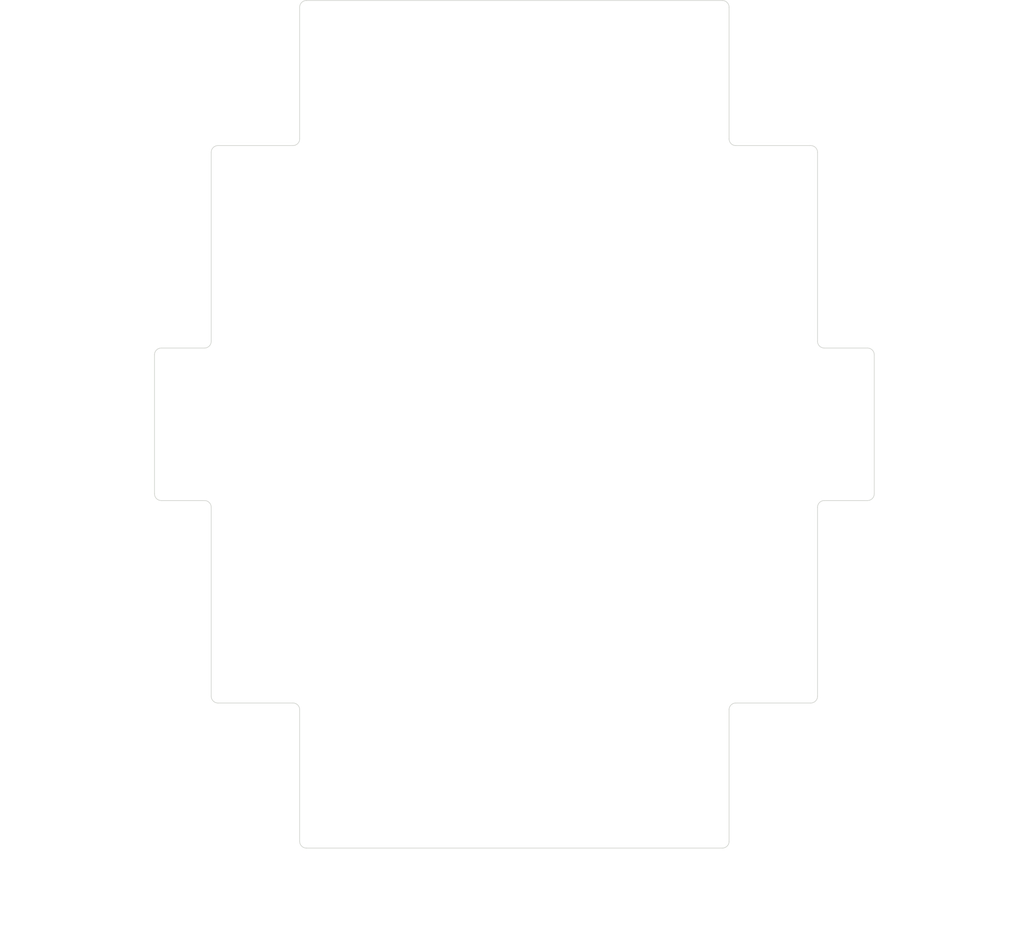
<source format=kicad_pcb>
(kicad_pcb (version 20221018) (generator pcbnew)

  (general
    (thickness 1.6)
  )

  (paper "A4")
  (title_block
    (title "OreSat Battery MLI Template")
    (date "2024-01-04")
    (rev "1.0")
  )

  (layers
    (0 "F.Cu" signal)
    (31 "B.Cu" signal)
    (32 "B.Adhes" user "B.Adhesive")
    (33 "F.Adhes" user "F.Adhesive")
    (34 "B.Paste" user)
    (35 "F.Paste" user)
    (36 "B.SilkS" user "B.Silkscreen")
    (37 "F.SilkS" user "F.Silkscreen")
    (38 "B.Mask" user)
    (39 "F.Mask" user)
    (40 "Dwgs.User" user "User.Drawings")
    (41 "Cmts.User" user "User.Comments")
    (42 "Eco1.User" user "User.Eco1")
    (43 "Eco2.User" user "User.Eco2")
    (44 "Edge.Cuts" user)
    (45 "Margin" user)
    (46 "B.CrtYd" user "B.Courtyard")
    (47 "F.CrtYd" user "F.Courtyard")
    (48 "B.Fab" user)
    (49 "F.Fab" user)
    (50 "User.1" user)
    (51 "User.2" user)
    (52 "User.3" user)
    (53 "User.4" user)
    (54 "User.5" user)
    (55 "User.6" user)
    (56 "User.7" user)
    (57 "User.8" user)
    (58 "User.9" user)
  )

  (setup
    (pad_to_mask_clearance 0)
    (aux_axis_origin 57.3 182.3)
    (pcbplotparams
      (layerselection 0x0001000_7ffffffe)
      (plot_on_all_layers_selection 0x0000000_00000000)
      (disableapertmacros false)
      (usegerberextensions false)
      (usegerberattributes true)
      (usegerberadvancedattributes true)
      (creategerberjobfile true)
      (dashed_line_dash_ratio 12.000000)
      (dashed_line_gap_ratio 3.000000)
      (svgprecision 4)
      (plotframeref false)
      (viasonmask false)
      (mode 1)
      (useauxorigin false)
      (hpglpennumber 1)
      (hpglpenspeed 20)
      (hpglpendiameter 15.000000)
      (dxfpolygonmode true)
      (dxfimperialunits true)
      (dxfusepcbnewfont true)
      (psnegative false)
      (psa4output false)
      (plotreference true)
      (plotvalue true)
      (plotinvisibletext false)
      (sketchpadsonfab false)
      (subtractmaskfromsilk false)
      (outputformat 3)
      (mirror false)
      (drillshape 0)
      (scaleselection 1)
      (outputdirectory "")
    )
  )

  (net 0 "")

  (gr_arc (start 172.7 144.6) (mid 172.407107 145.307107) (end 171.7 145.6)
    (stroke (width 0.1) (type default)) (layer "Edge.Cuts") (tstamp 07c7f08f-a3ec-40b3-8f08-92e9043a83cc))
  (gr_arc (start 173.7 93) (mid 172.992893 92.707107) (end 172.7 92)
    (stroke (width 0.1) (type default)) (layer "Edge.Cuts") (tstamp 0c24ff7a-0f0c-462a-b9ae-69169cb49eeb))
  (gr_line (start 96 62) (end 96 42.5)
    (stroke (width 0.1) (type default)) (layer "Edge.Cuts") (tstamp 0e5dd0c0-1cda-4c19-b324-9c681611c082))
  (gr_line (start 158.6 167.1) (end 97 167.1)
    (stroke (width 0.1) (type default)) (layer "Edge.Cuts") (tstamp 1667b649-710e-429d-a66c-08e056c9577e))
  (gr_arc (start 97 167.1) (mid 96.292893 166.807107) (end 96 166.1)
    (stroke (width 0.1) (type default)) (layer "Edge.Cuts") (tstamp 327d4e35-3551-480e-b826-d1388ef19544))
  (gr_line (start 95 145.6) (end 83.9 145.6)
    (stroke (width 0.1) (type default)) (layer "Edge.Cuts") (tstamp 357e2f19-aec2-438b-bcee-4ef0b50e55d8))
  (gr_arc (start 171.7 63) (mid 172.407107 63.292893) (end 172.7 64)
    (stroke (width 0.1) (type default)) (layer "Edge.Cuts") (tstamp 35c70c07-874d-4afa-bff3-13421e9f9984))
  (gr_line (start 173.7 93) (end 180.1 93)
    (stroke (width 0.1) (type default)) (layer "Edge.Cuts") (tstamp 3eed3310-d3e3-40be-95c9-edde0dc9618b))
  (gr_line (start 159.6 146.6) (end 159.6 166.1)
    (stroke (width 0.1) (type default)) (layer "Edge.Cuts") (tstamp 4549dc78-768e-4467-956e-053021710981))
  (gr_arc (start 82.9 92) (mid 82.607107 92.707107) (end 81.9 93)
    (stroke (width 0.1) (type default)) (layer "Edge.Cuts") (tstamp 4a93bc62-a8a9-4248-8164-f52d9ffc035c))
  (gr_line (start 82.9 144.6) (end 82.9 116.6)
    (stroke (width 0.1) (type default)) (layer "Edge.Cuts") (tstamp 4c20d8fa-c025-4e74-903c-01b0ed48f98f))
  (gr_arc (start 74.5 94) (mid 74.792893 93.292893) (end 75.5 93)
    (stroke (width 0.1) (type default)) (layer "Edge.Cuts") (tstamp 5476425e-d6d4-4ca2-b50f-f402addef188))
  (gr_arc (start 160.6 63) (mid 159.892893 62.707107) (end 159.6 62)
    (stroke (width 0.1) (type default)) (layer "Edge.Cuts") (tstamp 554e9116-b5e5-4b35-9fea-c33d9151e0fc))
  (gr_arc (start 172.7 116.6) (mid 172.992893 115.892893) (end 173.7 115.6)
    (stroke (width 0.1) (type default)) (layer "Edge.Cuts") (tstamp 5786d15f-82be-475f-b5a4-21879c3fc32f))
  (gr_arc (start 95 145.6) (mid 95.707107 145.892893) (end 96 146.6)
    (stroke (width 0.1) (type default)) (layer "Edge.Cuts") (tstamp 5b491db0-2e1e-431d-9081-efc9f9f59500))
  (gr_line (start 96 166.1) (end 96 146.6)
    (stroke (width 0.1) (type default)) (layer "Edge.Cuts") (tstamp 62157c24-8591-45c2-94a7-8a35566888c8))
  (gr_arc (start 82.9 64) (mid 83.192893 63.292893) (end 83.9 63)
    (stroke (width 0.1) (type default)) (layer "Edge.Cuts") (tstamp 677ab8a7-2f2c-4747-90df-882e8aed18ec))
  (gr_line (start 75.5 93) (end 81.9 93)
    (stroke (width 0.1) (type default)) (layer "Edge.Cuts") (tstamp 69112f6e-96ed-4d6d-a0e6-3a6f70e22c23))
  (gr_arc (start 181.1 114.6) (mid 180.807107 115.307107) (end 180.1 115.6)
    (stroke (width 0.1) (type default)) (layer "Edge.Cuts") (tstamp 72fbc352-9cbb-4943-9b31-986ba5f115ef))
  (gr_arc (start 96 62) (mid 95.707107 62.707107) (end 95 63)
    (stroke (width 0.1) (type default)) (layer "Edge.Cuts") (tstamp 78af30c8-fc93-4969-b957-b9ef51749ae2))
  (gr_line (start 97 41.5) (end 158.6 41.5)
    (stroke (width 0.1) (type default)) (layer "Edge.Cuts") (tstamp 7bc5af14-78e4-490f-9a12-760f27b6290d))
  (gr_line (start 82.9 92) (end 82.9 64)
    (stroke (width 0.1) (type default)) (layer "Edge.Cuts") (tstamp 7e035286-8fae-4625-b606-df3b40acd90f))
  (gr_arc (start 158.6 41.5) (mid 159.307107 41.792893) (end 159.6 42.5)
    (stroke (width 0.1) (type default)) (layer "Edge.Cuts") (tstamp 7e3e3ca9-209e-4885-bfaf-d9f1ccfb1800))
  (gr_line (start 172.7 64) (end 172.7 92)
    (stroke (width 0.1) (type default)) (layer "Edge.Cuts") (tstamp 82445128-f9e0-4922-947b-fca85ada9561))
  (gr_line (start 83.9 63) (end 95 63)
    (stroke (width 0.1) (type default)) (layer "Edge.Cuts") (tstamp 8e062b50-897c-47c7-8d65-73009d7f1010))
  (gr_arc (start 159.6 166.1) (mid 159.307107 166.807107) (end 158.6 167.1)
    (stroke (width 0.1) (type default)) (layer "Edge.Cuts") (tstamp 96e019c1-6114-4a07-a26b-1dd2cd32aea4))
  (gr_line (start 172.7 116.6) (end 172.7 144.6)
    (stroke (width 0.1) (type default)) (layer "Edge.Cuts") (tstamp a294e50d-85dc-4376-b9d0-ec25f8d2fb31))
  (gr_line (start 81.9 115.6) (end 75.5 115.6)
    (stroke (width 0.1) (type default)) (layer "Edge.Cuts") (tstamp a348813f-4325-49ed-b232-1efc36bc8d5a))
  (gr_arc (start 159.6 146.6) (mid 159.892893 145.892893) (end 160.6 145.6)
    (stroke (width 0.1) (type default)) (layer "Edge.Cuts") (tstamp b1347740-215d-4144-9c43-a5d619800f1a))
  (gr_line (start 160.6 63) (end 171.7 63)
    (stroke (width 0.1) (type default)) (layer "Edge.Cuts") (tstamp b1925246-7797-4973-a1c4-f3538a1e9c0f))
  (gr_arc (start 75.5 115.6) (mid 74.792893 115.307107) (end 74.5 114.6)
    (stroke (width 0.1) (type default)) (layer "Edge.Cuts") (tstamp ca5cbd58-bd76-4511-baf2-311693060502))
  (gr_arc (start 83.9 145.6) (mid 83.192893 145.307107) (end 82.9 144.6)
    (stroke (width 0.1) (type default)) (layer "Edge.Cuts") (tstamp cc209963-09b0-48c9-accb-f5d4ef081f0f))
  (gr_arc (start 180.1 93) (mid 180.807107 93.292893) (end 181.1 94)
    (stroke (width 0.1) (type default)) (layer "Edge.Cuts") (tstamp cc85c767-340e-4c61-b681-a3fc6b37f445))
  (gr_arc (start 81.9 115.6) (mid 82.607107 115.892893) (end 82.9 116.6)
    (stroke (width 0.1) (type default)) (layer "Edge.Cuts") (tstamp d47130ff-8994-4eed-a7a2-bfb3c30f7be1))
  (gr_line (start 159.6 42.5) (end 159.6 62)
    (stroke (width 0.1) (type default)) (layer "Edge.Cuts") (tstamp d48d6943-5e39-453a-be26-c8de66a3c4b1))
  (gr_line (start 171.7 145.6) (end 160.6 145.6)
    (stroke (width 0.1) (type default)) (layer "Edge.Cuts") (tstamp df1f9d97-72fb-4c17-b8cf-4f061646c555))
  (gr_arc (start 96 42.5) (mid 96.292893 41.792893) (end 97 41.5)
    (stroke (width 0.1) (type default)) (layer "Edge.Cuts") (tstamp eba6a73b-6bb9-4cec-a13e-5aa0e6dd8cf4))
  (gr_line (start 74.5 114.6) (end 74.5 94)
    (stroke (width 0.1) (type default)) (layer "Edge.Cuts") (tstamp eefea926-f257-4f11-8ca4-9181928ccd28))
  (gr_line (start 181.1 94) (end 181.1 114.6)
    (stroke (width 0.1) (type default)) (layer "Edge.Cuts") (tstamp f388de0e-3b6c-4b8d-a33b-1968d2b30369))
  (gr_line (start 180.1 115.6) (end 173.7 115.6)
    (stroke (width 0.1) (type default)) (layer "Edge.Cuts") (tstamp fccb99da-bb6a-401c-bed2-61abccc4f9b8))
  (gr_line (start 94.5 63) (end 96 63)
    (stroke (width 0.1) (type default)) (layer "F.Fab") (tstamp 3058522b-e024-497e-96fe-18e89336142a))
  (gr_line (start 159.6 63) (end 161.1 63)
    (stroke (width 0.1) (type default)) (layer "F.Fab") (tstamp 504397b4-1a63-4b32-b2eb-1ea13994d86c))
  (gr_line (start 159.6 61.5) (end 159.6 63)
    (stroke (width 0.1) (type default)) (layer "F.Fab") (tstamp 69201115-656d-4375-9691-46b780a299b9))
  (gr_line (start 96 147.1) (end 96 145.6)
    (stroke (width 0.1) (type default)) (layer "F.Fab") (tstamp 7c97ba84-9b94-46f4-ab81-689d5fa1fb7e))
  (gr_line (start 96 63) (end 159.6 63)
    (stroke (width 0.1) (type default)) (layer "F.Fab") (tstamp 83ef2466-b85d-47b9-b0cd-11128102be65))
  (gr_line (start 96 61.5) (end 159.6 61.5)
    (stroke (width 0.1) (type default)) (layer "F.Fab") (tstamp 8f1c4400-ad91-4ccb-9b71-3345ef4c4c28))
  (gr_line (start 159.6 147.1) (end 96 147.1)
    (stroke (width 0.1) (type default)) (layer "F.Fab") (tstamp 903e5394-3fc0-4207-ac0a-a0f9a41b84b1))
  (gr_line (start 161.1 145.6) (end 159.6 145.6)
    (stroke (width 0.1) (type default)) (layer "F.Fab") (tstamp 939189a5-7fce-4fd0-968a-72a64d686b6f))
  (gr_line (start 161.1 63) (end 161.1 145.6)
    (stroke (width 0.1) (type default)) (layer "F.Fab") (tstamp 9ec33925-8fa6-4d8a-a43a-d25d8ea44165))
  (gr_line (start 94.5 145.6) (end 94.5 63)
    (stroke (width 0.1) (type default)) (layer "F.Fab") (tstamp acbfe28c-0838-4fa7-8d73-cbd0b92671bc))
  (gr_line (start 96 145.6) (end 96 63)
    (stroke (width 0.1) (type default)) (layer "F.Fab") (tstamp ad96aac6-6a24-4b42-8284-a1bfbb47cea2))
  (gr_line (start 96 63) (end 96 61.5)
    (stroke (width 0.1) (type default)) (layer "F.Fab") (tstamp ded706d5-6526-4267-acec-7938aa6eff6a))
  (gr_line (start 96 145.6) (end 94.5 145.6)
    (stroke (width 0.1) (type default)) (layer "F.Fab") (tstamp f3220b91-2391-4924-af98-c362eacb3967))
  (gr_line (start 159.6 145.6) (end 96 145.6)
    (stroke (width 0.1) (type default)) (layer "F.Fab") (tstamp fe1cdb63-088b-4d5b-938e-2b8ced234f26))
  (gr_line (start 159.6 63) (end 159.6 145.6)
    (stroke (width 0.1) (type default)) (layer "F.Fab") (tstamp ff9e62fd-6f65-4e59-aa7a-05484e06b6ce))
  (gr_line (start 159.6 145.6) (end 159.6 147.1)
    (stroke (width 0.1) (type default)) (layer "F.Fab") (tstamp ffc53ec3-1fd7-4af0-9812-6bf4d6cd5696))
  (gr_text "All corners radiused 1 mm" (at 121.5 101.3) (layer "User.4") (tstamp 0f19d92a-db33-4f04-98dd-648c7da3c724)
    (effects (font (size 1 1) (thickness 0.15)) (justify left bottom))
  )
  (dimension (type aligned) (layer "User.4") (tstamp 06b1b289-2219-45b9-8886-aaa567cb1472)
    (pts (xy 96 145.6) (xy 159.6 145.6))
    (height 32.7)
    (gr_text "63.6000 mm" (at 127.8 180) (layer "User.4") (tstamp 06b1b289-2219-45b9-8886-aaa567cb1472)
      (effects (font (size 1 1) (thickness 0.15)))
    )
    (format (prefix "") (suffix "") (units 3) (units_format 1) (precision 4))
    (style (thickness 0.15) (arrow_length 1.27) (text_position_mode 2) (extension_height 0.58642) (extension_offset 0.5) keep_text_aligned)
  )
  (dimension (type aligned) (layer "User.4") (tstamp 30b46193-ab07-4aaf-a6a9-32cef3713802)
    (pts (xy 74.5 93) (xy 74.5 115.6))
    (height 16.8)
    (gr_text "22.6000 mm" (at 56.55 104.3 90) (layer "User.4") (tstamp 30b46193-ab07-4aaf-a6a9-32cef3713802)
      (effects (font (size 1 1) (thickness 0.15)))
    )
    (format (prefix "") (suffix "") (units 3) (units_format 1) (precision 4))
    (style (thickness 0.15) (arrow_length 1.27) (text_position_mode 0) (extension_height 0.58642) (extension_offset 0.5) keep_text_aligned)
  )
  (dimension (type aligned) (layer "User.4") (tstamp 33a328f7-7030-442d-9045-0072684019cf)
    (pts (xy 74.5 115.6) (xy 74.5 145.6))
    (height 16.8)
    (gr_text "30.0000 mm" (at 56.55 130.6 90) (layer "User.4") (tstamp 33a328f7-7030-442d-9045-0072684019cf)
      (effects (font (size 1 1) (thickness 0.15)))
    )
    (format (prefix "") (suffix "") (units 3) (units_format 1) (precision 4))
    (style (thickness 0.15) (arrow_length 1.27) (text_position_mode 0) (extension_height 0.58642) (extension_offset 0.5) keep_text_aligned)
  )
  (dimension (type aligned) (layer "User.4") (tstamp 521ec627-ae67-446e-8712-6021a8fd4185)
    (pts (xy 172.7 63) (xy 172.7 145.6))
    (height -26.8)
    (gr_text "82.6000 mm" (at 198.35 104.3 90) (layer "User.4") (tstamp 521ec627-ae67-446e-8712-6021a8fd4185)
      (effects (font (size 1 1) (thickness 0.15)))
    )
    (format (prefix "") (suffix "") (units 3) (units_format 1) (precision 4))
    (style (thickness 0.15) (arrow_length 1.27) (text_position_mode 0) (extension_height 0.58642) (extension_offset 0.5) keep_text_aligned)
  )
  (dimension (type aligned) (layer "User.4") (tstamp 95e62f1d-5606-4e4d-823c-187c9a644f0d)
    (pts (xy 74.5 93) (xy 74.5 63))
    (height -16.8)
    (gr_text "30.0000 mm" (at 56.55 78 90) (layer "User.4") (tstamp 95e62f1d-5606-4e4d-823c-187c9a644f0d)
      (effects (font (size 1 1) (thickness 0.15)))
    )
    (format (prefix "") (suffix "") (units 3) (units_format 1) (precision 4))
    (style (thickness 0.15) (arrow_length 1.27) (text_position_mode 0) (extension_height 0.58642) (extension_offset 0.5) keep_text_aligned)
  )
  (dimension (type aligned) (layer "User.4") (tstamp a0fcaf51-7c1c-476d-ab9b-1c22193d0008)
    (pts (xy 159.6 61.5) (xy 159.6 41.5))
    (height 39.9)
    (gr_text "20.0000 mm" (at 198.35 51.5 90) (layer "User.4") (tstamp a0fcaf51-7c1c-476d-ab9b-1c22193d0008)
      (effects (font (size 1 1) (thickness 0.15)))
    )
    (format (prefix "") (suffix "") (units 3) (units_format 1) (precision 4))
    (style (thickness 0.15) (arrow_length 1.27) (text_position_mode 0) (extension_height 0.58642) (extension_offset 0.5) keep_text_aligned)
  )
  (dimension (type aligned) (layer "User.4") (tstamp dfe3dbe0-1307-4b67-b798-c1be827b7be1)
    (pts (xy 94.5 145.6) (xy 82.9 145.6))
    (height -32.7)
    (gr_text "11.6000 mm" (at 88.7 177.15) (layer "User.4") (tstamp dfe3dbe0-1307-4b67-b798-c1be827b7be1)
      (effects (font (size 1 1) (thickness 0.15)))
    )
    (format (prefix "") (suffix "") (units 3) (units_format 1) (precision 4))
    (style (thickness 0.15) (arrow_length 1.27) (text_position_mode 0) (extension_height 0.58642) (extension_offset 0.5) keep_text_aligned)
  )
  (dimension (type aligned) (layer "User.4") (tstamp e7ecc0c0-9ba2-4526-a232-6855c6865b91)
    (pts (xy 82.9 145.6) (xy 74.5 145.6))
    (height -32.7)
    (gr_text "8.4000 mm" (at 78.7 177.15) (layer "User.4") (tstamp e7ecc0c0-9ba2-4526-a232-6855c6865b91)
      (effects (font (size 1 1) (thickness 0.15)))
    )
    (format (prefix "") (suffix "") (units 3) (units_format 1) (precision 4))
    (style (thickness 0.15) (arrow_length 1.27) (text_position_mode 0) (extension_height 0.58642) (extension_offset 0.5) keep_text_aligned)
  )

)

</source>
